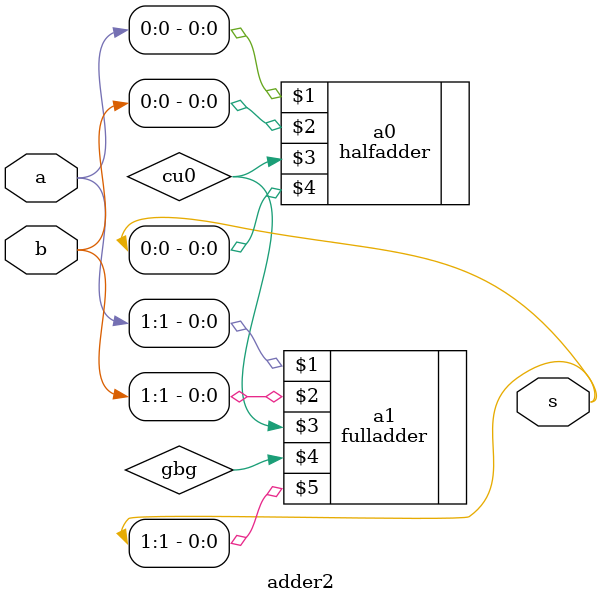
<source format=sv>
module adder2(
	input logic [1:0] a,b,
	output logic [1:0] s
);
	wire cu0;
	wire gbg;
	halfadder a0(a[0],b[0],cu0,s[0]);
	fulladder a1(a[1],b[1],cu0,gbg,s[1]);
endmodule

</source>
